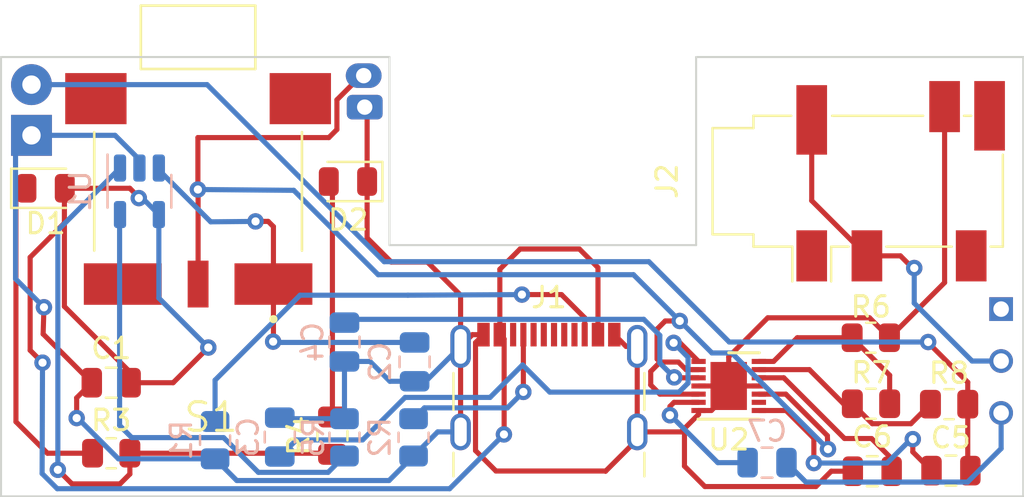
<source format=kicad_pcb>
(kicad_pcb (version 20221018) (generator pcbnew)
  (layers (0 "F.Cu" signal) (31 "B.Cu" signal) (34 "B.Paste" user) (35 "F.Paste" user) (36 "B.SilkS" user "B.Silkscreen") (37 "F.SilkS" user "F.Silkscreen") (38 "B.Mask" user) (39 "F.Mask" user) (44 "Edge.Cuts" user))
  (net 0 "")
  (net 9 "Net-(U2-TH)")
  (net 10 "Net-(U2-MICIN)")
  (net 11 "Net-(U2-MICBIAS)")
  (net 12 "Net-(U2-CT)")
  (net 13 "Net-(U2-CG)")
  (net 14 "Net-(U2-BIAS)")
  (net 15 "Net-(U1-V_{BAT})")
  (net 16 "Net-(U1-STAT)")
  (net 17 "Net-(U1-PROG)")
  (net 18 "Net-(MK1-+)")
  (net 19 "Net-(J2-PadR1)")
  (net 20 "Net-(J1-CC2)")
  (net 21 "Net-(J1-CC1)")
  (net 22 "Net-(D2-A)")
  (net 23 "Net-(D1-K)")
  (net 24 "GND")
  (net 25 "/OUTPUT")
  (net 26 "/GAIN")
  (net 27 "/A{slash}R")
  (net 28 "/5V")
  (net 32 "Net-(U2-MICOUT)")
  (footprint "Capacitor_SMD:C_0805_2012Metric" (layer "F.Cu") (at 135.39 120.07)
    (fp_text reference "C1" (at 0 -1.68) (layer "F.SilkS"))
    (fp_text value "10uF")
    (fp_line (start -0.261252 -0.735) (end 0.261252 -0.735) (stroke (width 0.12)) (layer "F.SilkS"))
    (fp_line (start -0.261252 0.735) (end 0.261252 0.735) (stroke (width 0.12)) (layer "F.SilkS"))
    (pad "1" smd roundrect (at -0.95 0) (size 1 1.45) (layers "F.Cu" "F.Paste" "F.Mask") (net 24 "GND"))
    (pad "2" smd roundrect (at 0.95 0) (size 1 1.45) (layers "F.Cu" "F.Paste" "F.Mask") (net 28 "/5V"))
  )
  (footprint "Resistor_SMD:R_0805_2012Metric" (layer "F.Cu") (at 146.21 122.66 90)
    (fp_text reference "R4" (at 0 -1.65 90) (layer "F.SilkS"))
    (fp_text value "470")
    (fp_line (start -0.227064 -0.735) (end 0.227064 -0.735) (stroke (width 0.12)) (layer "F.SilkS"))
    (fp_line (start -0.227064 0.735) (end 0.227064 0.735) (stroke (width 0.12)) (layer "F.SilkS"))
    (pad "1" smd roundrect (at -0.9125 0 90) (size 1.025 1.4) (layers "F.Cu" "F.Paste" "F.Mask") (roundrect_rratio 0.243902) (net 16 "Net-(U1-STAT)"))
    (pad "2" smd roundrect (at 0.9125 0 90) (size 1.025 1.4) (layers "F.Cu" "F.Paste" "F.Mask") (roundrect_rratio 0.243902) (net 22 "Net-(D2-A)"))
  )
  (footprint "Connector_Audio:Jack_3.5mm_PJ31060-I_Horizontal" (layer "F.Cu") (at 174.005 110.215 90)
    (fp_text reference "J2" (at 0 -11.43 90) (layer "F.SilkS"))
    (fp_text value "AudioJack4_SwitchTR1")
    (fp_line (start -4.9 -3.4) (end -3.2 -3.4) (stroke (width 0.12)) (layer "F.SilkS"))
    (fp_line (start -3.2 -7.2) (end -2.6 -7.2) (stroke (width 0.12)) (layer "F.SilkS"))
    (fp_line (start -3.2 -5.3) (end -4.9 -5.3) (stroke (width 0.12)) (layer "F.SilkS"))
    (fp_line (start -3.2 -5.3) (end -3.2 -7.2) (stroke (width 0.12)) (layer "F.SilkS"))
    (fp_line (start -3.2 -2.55) (end -3.2 -3.4) (stroke (width 0.12)) (layer "F.SilkS"))
    (fp_line (start -3.2 2.5) (end -3.2 -0.7) (stroke (width 0.12)) (layer "F.SilkS"))
    (fp_line (start -3.2 5) (end -3.2 4.4) (stroke (width 0.12)) (layer "F.SilkS"))
    (fp_line (start -2.6 -9.2) (end 2.6 -9.2) (stroke (width 0.12)) (layer "F.SilkS"))
    (fp_line (start -2.6 -7.2) (end -2.6 -9.2) (stroke (width 0.12)) (layer "F.SilkS"))
    (fp_line (start 1.3 5) (end -3.2 5) (stroke (width 0.12)) (layer "F.SilkS"))
    (fp_line (start 2.6 -9.2) (end 2.6 -7.2) (stroke (width 0.12)) (layer "F.SilkS"))
    (fp_line (start 2.6 -7.2) (end 3.2 -7.2) (stroke (width 0.12)) (layer "F.SilkS"))
    (fp_line (start 3.2 -7.2) (end 3.2 -5.35) (stroke (width 0.12)) (layer "F.SilkS"))
    (fp_line (start 3.2 -3.35) (end 3.2 1.1) (stroke (width 0.12)) (layer "F.SilkS"))
    (fp_line (start 3.2 3.1) (end 3.2 3.45) (stroke (width 0.12)) (layer "F.SilkS"))
    (pad "" np_thru_hole circle (at 0 3.35 90) (size 1.5 1.5) (drill 1.5) (layers "*.Cu" "*.Mask"))
    (pad "R1" smd rect (at -3.65 -1.65 90) (size 2.5 1.5) (layers "F.Cu" "F.Paste" "F.Mask") (net 19 "Net-(J2-PadR1)"))
    (pad "R1N" smd rect (at -3.65 3.45 90) (size 2.5 1.5) (layers "F.Cu" "F.Paste" "F.Mask"))
    (pad "R2" smd rect (at 3 -4.35 90) (size 3.4 1.5) (layers "F.Cu" "F.Paste" "F.Mask") (net 19 "Net-(J2-PadR1)"))
    (pad "S" smd rect (at -3.65 -4.35 90) (size 2.5 1.5) (layers "F.Cu" "F.Paste" "F.Mask"))
    (pad "T" smd rect (at 3.65 2.15 90) (size 2.5 1.5) (layers "F.Cu" "F.Paste" "F.Mask") (net 24 "GND"))
    (pad "TN" smd rect (at 3.2 4.35 90) (size 3.4 1.5) (layers "F.Cu" "F.Paste" "F.Mask"))
  )
  (footprint "LED_SMD:LED_0805_2012Metric" (layer "F.Cu") (at 146.97 110.23 180)
    (fp_text reference "D2" (at -0.01 -1.88) (layer "F.SilkS"))
    (fp_text value "LED")
    (fp_line (start -1.685 -0.96) (end -1.685 0.96) (stroke (width 0.12)) (layer "F.SilkS"))
    (fp_line (start -1.685 0.96) (end 1 0.96) (stroke (width 0.12)) (layer "F.SilkS"))
    (fp_line (start 1 -0.96) (end -1.685 -0.96) (stroke (width 0.12)) (layer "F.SilkS"))
    (pad "1" smd roundrect (at -0.9375 0 180) (size 0.975 1.4) (layers "F.Cu" "F.Paste" "F.Mask") (net 24 "GND"))
    (pad "2" smd roundrect (at 0.9375 0 180) (size 0.975 1.4) (layers "F.Cu" "F.Paste" "F.Mask") (net 22 "Net-(D2-A)"))
  )
  (footprint "Resistor_SMD:R_0805_2012Metric" (layer "F.Cu") (at 135.39 123.52 180)
    (fp_text reference "R3" (at 0 1.61) (layer "F.SilkS"))
    (fp_text value "470")
    (fp_line (start -0.227064 -0.735) (end 0.227064 -0.735) (stroke (width 0.12)) (layer "F.SilkS"))
    (fp_line (start -0.227064 0.735) (end 0.227064 0.735) (stroke (width 0.12)) (layer "F.SilkS"))
    (pad "1" smd roundrect (at -0.9125 0 180) (size 1.025 1.4) (layers "F.Cu" "F.Paste" "F.Mask") (roundrect_rratio 0.243902) (net 16 "Net-(U1-STAT)"))
    (pad "2" smd roundrect (at 0.9125 0 180) (size 1.025 1.4) (layers "F.Cu" "F.Paste" "F.Mask") (roundrect_rratio 0.243902) (net 23 "Net-(D1-K)"))
  )
  (footprint "Capacitor_SMD:C_0805_2012Metric" (layer "F.Cu") (at 176.465 124.37 180)
    (fp_text reference "C5" (at 0.01 1.61) (layer "F.SilkS"))
    (fp_text value "0.1uF")
    (fp_line (start -0.261252 -0.735) (end 0.261252 -0.735) (stroke (width 0.12)) (layer "F.SilkS"))
    (fp_line (start -0.261252 0.735) (end 0.261252 0.735) (stroke (width 0.12)) (layer "F.SilkS"))
    (pad "1" smd roundrect (at -0.95 0 180) (size 1 1.45) (layers "F.Cu" "F.Paste" "F.Mask") (net 18 "Net-(MK1-+)"))
    (pad "2" smd roundrect (at 0.95 0 180) (size 1 1.45) (layers "F.Cu" "F.Paste" "F.Mask") (net 10 "Net-(U2-MICIN)"))
  )
  (footprint "Resistor_SMD:R_0805_2012Metric" (layer "F.Cu") (at 176.375 121.12 180)
    (fp_text reference "R8" (at 0.005 1.52) (layer "F.SilkS"))
    (fp_text value "2.2K")
    (fp_line (start -0.227064 -0.735) (end 0.227064 -0.735) (stroke (width 0.12)) (layer "F.SilkS"))
    (fp_line (start -0.227064 0.735) (end 0.227064 0.735) (stroke (width 0.12)) (layer "F.SilkS"))
    (pad "1" smd roundrect (at -0.9125 0 180) (size 1.025 1.4) (layers "F.Cu" "F.Paste" "F.Mask") (roundrect_rratio 0.243902) (net 18 "Net-(MK1-+)"))
    (pad "2" smd roundrect (at 0.9125 0 180) (size 1.025 1.4) (layers "F.Cu" "F.Paste" "F.Mask") (roundrect_rratio 0.243902) (net 11 "Net-(U2-MICBIAS)"))
  )
  (footprint "Package_DFN_QFN:DFN-14-1EP_3x3mm_P0.4mm_EP1.78x2.35mm" (layer "F.Cu") (at 165.595 120.23)
    (fp_text reference "U2" (at 0 2.63) (layer "F.SilkS"))
    (fp_text value "MAX9814")
    (fp_line (start -1.5 1.625) (end 1.5 1.625) (stroke (width 0.15)) (layer "F.SilkS"))
    (fp_line (start 0 -1.625) (end 1.5 -1.625) (stroke (width 0.15)) (layer "F.SilkS"))
    (pad "1" smd rect (at -1.475 -1.2) (size 0.7 0.25) (layers "F.Cu" "F.Paste" "F.Mask") (net 12 "Net-(U2-CT)"))
    (pad "2" smd rect (at -1.475 -0.8) (size 0.7 0.25) (layers "F.Cu" "F.Paste" "F.Mask") (net 26 "/GAIN"))
    (pad "3" smd rect (at -1.475 -0.4) (size 0.7 0.25) (layers "F.Cu" "F.Paste" "F.Mask") (net 13 "Net-(U2-CG)"))
    (pad "4" smd rect (at -1.475 0) (size 0.7 0.25) (layers "F.Cu" "F.Paste" "F.Mask") (net 24 "GND"))
    (pad "5" smd rect (at -1.475 0.4) (size 0.7 0.25) (layers "F.Cu" "F.Paste" "F.Mask") (net 26 "/GAIN"))
    (pad "6" smd rect (at -1.475 0.8) (size 0.7 0.25) (layers "F.Cu" "F.Paste" "F.Mask") (net 32 "Net-(U2-MICOUT)"))
    (pad "7" smd rect (at -1.475 1.2) (size 0.7 0.25) (layers "F.Cu" "F.Paste" "F.Mask") (net 24 "GND"))
    (pad "8" smd rect (at 1.475 1.2) (size 0.7 0.25) (layers "F.Cu" "F.Paste" "F.Mask") (net 10 "Net-(U2-MICIN)"))
    (pad "9" smd rect (at 1.475 0.8) (size 0.7 0.25) (layers "F.Cu" "F.Paste" "F.Mask") (net 27 "/A{slash}R"))
    (pad "10" smd rect (at 1.475 0.4) (size 0.7 0.25) (layers "F.Cu" "F.Paste" "F.Mask") (net 26 "/GAIN"))
    (pad "11" smd rect (at 1.475 0) (size 0.7 0.25) (layers "F.Cu" "F.Paste" "F.Mask") (net 24 "GND"))
    (pad "12" smd rect (at 1.475 -0.4) (size 0.7 0.25) (layers "F.Cu" "F.Paste" "F.Mask") (net 14 "Net-(U2-BIAS)"))
    (pad "13" smd rect (at 1.475 -0.8) (size 0.7 0.25) (layers "F.Cu" "F.Paste" "F.Mask") (net 11 "Net-(U2-MICBIAS)"))
    (pad "14" smd rect (at 1.475 -1.2) (size 0.7 0.25) (layers "F.Cu" "F.Paste" "F.Mask") (net 9 "Net-(U2-TH)"))
    (pad "15" smd rect (at 0 0) (size 1.78 2.35) (layers "F.Cu" "F.Mask") (net 24 "GND"))
  )
  (footprint "" (layer "F.Cu") (at 131.49 105.49)
    (fp_text reference "" (at 0 0) (layer "F.SilkS") (effects (font (size 1.27 1.27))))
    (fp_text value "" (at 0 0) (layer "F.SilkS") (effects (font (size 1.27 1.27))))
    (pad "2" thru_hole circle (at 0 0) (size 2 2) (drill 0.9) (layers "*.Cu" "*.Mask") (net 18 "Net-(MK1-+)"))
  )
  (footprint "" (layer "F.Cu") (at 178.92 121.55)
    (fp_text reference "" (at 0 0) (layer "F.SilkS") (effects (font (size 1.27 1.27))))
    (fp_text value "" (at 0 0) (layer "F.SilkS") (effects (font (size 1.27 1.27))))
    (pad "3" thru_hole circle (at 0 0 180) (size 1.16 1.16) (drill 0.76) (layers "*.Cu" "*.Mask") (net 25 "/OUTPUT"))
  )
  (footprint "" (layer "F.Cu") (at 178.92 119.01)
    (fp_text reference "" (at 0 0) (layer "F.SilkS") (effects (font (size 1.27 1.27))))
    (fp_text value "" (at 0 0) (layer "F.SilkS") (effects (font (size 1.27 1.27))))
    (pad "2" thru_hole circle (at 0 0 180) (size 1.16 1.16) (drill 0.76) (layers "*.Cu" "*.Mask") (net 19 "Net-(J2-PadR1)"))
  )
  (footprint "" (layer "F.Cu") (at 147.74 105.05)
    (fp_text reference "" (at 0 0) (layer "F.SilkS") (effects (font (size 1.27 1.27))))
    (fp_text value "" (at 0 0) (layer "F.SilkS") (effects (font (size 1.27 1.27))))
    (pad "2" thru_hole oval (at 0 0 90) (size 1.2 1.75) (drill 0.75) (layers "*.Cu" "*.Mask") (net 26 "/GAIN"))
  )
  (footprint "500ASSP1SM6QE:SW_500ASSP1SM6QE" (layer "F.Cu") (at 139.64 110.71 180)
    (fp_text reference "S1" (at -0.635 -11.049) (layer "F.SilkS") (effects (font (size 1.4 1.4))))
    (fp_text value "500ASSP1SM6QE")
    (fp_line (start -5.08 -2.899) (end -5.08 2.899) (stroke (width 0.127)) (layer "F.SilkS"))
    (fp_line (start -2.8 5.985) (end -2.8 9.085) (stroke (width 0.127)) (layer "F.SilkS"))
    (fp_line (start -2.8 5.985) (end 2.8 5.985) (stroke (width 0.127)) (layer "F.SilkS"))
    (fp_line (start -2.8 9.085) (end 2.8 9.085) (stroke (width 0.127)) (layer "F.SilkS"))
    (fp_line (start 2.8 9.085) (end 2.8 5.985) (stroke (width 0.127)) (layer "F.SilkS"))
    (fp_line (start 5.08 -2.899) (end 5.08 2.899) (stroke (width 0.127)) (layer "F.SilkS"))
    (fp_circle (center -3.685 -6.25) (end -3.585 -6.25) (stroke (width 0.2)) (fill none) (layer "F.SilkS"))
    (pad "1" smd rect (at -3.685 -4.535 180) (size 3.81 2.03) (layers "F.Cu" "F.Paste" "F.Mask") (net 15 "Net-(U1-V_{BAT})"))
    (pad "2" smd rect (at 0 -4.535 180) (size 1.02 2.29) (layers "F.Cu" "F.Paste" "F.Mask") (net 26 "/GAIN"))
    (pad "3" smd rect (at 3.685 -4.535 180) (size 3.81 2.03) (layers "F.Cu" "F.Paste" "F.Mask"))
    (pad "S1" smd rect (at -5 4.535 180) (size 3 2.5) (layers "F.Cu" "F.Paste" "F.Mask"))
    (pad "S2" smd rect (at 5 4.535 180) (size 3 2.5) (layers "F.Cu" "F.Paste" "F.Mask"))
  )
  (footprint "" (layer "F.Cu") (at 147.79 106.59)
    (fp_text reference "" (at 0 0) (layer "F.SilkS") (effects (font (size 1.27 1.27))))
    (fp_text value "" (at 0 0) (layer "F.SilkS") (effects (font (size 1.27 1.27))))
    (pad "1" thru_hole roundrect (at 0 0 90) (size 1.2 1.75) (drill 0.75) (layers "*.Cu" "*.Mask") (roundrect_rratio 0.208333) (net 24 "GND"))
  )
  (footprint "LED_SMD:LED_0805_2012Metric" (layer "F.Cu") (at 132.18 110.56)
    (fp_text reference "D1" (at 0 1.72) (layer "F.SilkS"))
    (fp_text value "LED")
    (fp_line (start -1.685 -0.96) (end -1.685 0.96) (stroke (width 0.12)) (layer "F.SilkS"))
    (fp_line (start -1.685 0.96) (end 1 0.96) (stroke (width 0.12)) (layer "F.SilkS"))
    (fp_line (start 1 -0.96) (end -1.685 -0.96) (stroke (width 0.12)) (layer "F.SilkS"))
    (pad "1" smd roundrect (at -0.9375 0) (size 0.975 1.4) (layers "F.Cu" "F.Paste" "F.Mask") (net 23 "Net-(D1-K)"))
    (pad "2" smd roundrect (at 0.9375 0) (size 0.975 1.4) (layers "F.Cu" "F.Paste" "F.Mask") (net 28 "/5V"))
  )
  (footprint "Capacitor_SMD:C_0805_2012Metric" (layer "F.Cu") (at 172.615 124.4)
    (fp_text reference "C6" (at 0 -1.68) (layer "F.SilkS"))
    (fp_text value "0.47uF")
    (fp_line (start -0.261252 -0.735) (end 0.261252 -0.735) (stroke (width 0.12)) (layer "F.SilkS"))
    (fp_line (start -0.261252 0.735) (end 0.261252 0.735) (stroke (width 0.12)) (layer "F.SilkS"))
    (pad "1" smd roundrect (at -0.95 0) (size 1 1.45) (layers "F.Cu" "F.Paste" "F.Mask") (net 24 "GND"))
    (pad "2" smd roundrect (at 0.95 0) (size 1 1.45) (layers "F.Cu" "F.Paste" "F.Mask") (net 14 "Net-(U2-BIAS)"))
  )
  (footprint "" (layer "F.Cu") (at 178.92 116.47)
    (fp_text reference "" (at 0 0) (layer "F.SilkS") (effects (font (size 1.27 1.27))))
    (fp_text value "" (at 0 0) (layer "F.SilkS") (effects (font (size 1.27 1.27))))
    (pad "1" thru_hole rect (at 0 0 270) (size 1.16 1.16) (drill 0.76) (layers "*.Cu" "*.Mask"))
  )
  (footprint "Connector_USB:USB_C_Receptacle_GCT_USB4105-xx-A_16P_TopMnt_Horizontal" (layer "F.Cu") (at 156.8 121.4)
    (fp_text reference "J1" (at 0 -5.5 unlocked) (layer "F.SilkS"))
    (fp_text value "USB_C_Receptacle_USB2.0")
    (fp_line (start -4.67 0) (end -4.67 -1.8) (stroke (width 0.12)) (layer "F.SilkS"))
    (fp_line (start -4.67 2.1) (end -4.67 3.25) (stroke (width 0.12)) (layer "F.SilkS"))
    (fp_line (start 4.67 0) (end 4.67 -1.8) (stroke (width 0.12)) (layer "F.SilkS"))
    (fp_line (start 4.67 2.1) (end 4.67 3.25) (stroke (width 0.12)) (layer "F.SilkS"))
    (pad "" np_thru_hole circle (at -2.89 -2.605) (size 0.65 0.65) (drill 0.65) (layers "F&B.Cu" "*.Mask"))
    (pad "" np_thru_hole circle (at 2.89 -2.605) (size 0.65 0.65) (drill 0.65) (layers "F&B.Cu" "*.Mask"))
    (pad "A1" smd rect (at -3.2 -3.68) (size 0.6 1.15) (layers "F.Cu" "F.Paste" "F.Mask") (net 24 "GND"))
    (pad "A4" smd rect (at -2.4 -3.68) (size 0.6 1.15) (layers "F.Cu" "F.Paste" "F.Mask") (net 28 "/5V"))
    (pad "A5" smd rect (at -1.25 -3.68) (size 0.3 1.15) (layers "F.Cu" "F.Paste" "F.Mask") (net 21 "Net-(J1-CC1)"))
    (pad "A6" smd rect (at -0.25 -3.68) (size 0.3 1.15) (layers "F.Cu" "F.Paste" "F.Mask"))
    (pad "A7" smd rect (at 0.25 -3.68) (size 0.3 1.15) (layers "F.Cu" "F.Paste" "F.Mask"))
    (pad "A8" smd rect (at 1.25 -3.68) (size 0.3 1.15) (layers "F.Cu" "F.Paste" "F.Mask"))
    (pad "A9" smd rect (at 2.4 -3.68) (size 0.6 1.15) (layers "F.Cu" "F.Paste" "F.Mask") (net 28 "/5V"))
    (pad "A12" smd rect (at 3.2 -3.68) (size 0.6 1.15) (layers "F.Cu" "F.Paste" "F.Mask") (net 24 "GND"))
    (pad "B1" smd rect (at 3.2 -3.68) (size 0.6 1.15) (layers "F.Cu" "F.Paste" "F.Mask") (net 24 "GND"))
    (pad "B4" smd rect (at 2.4 -3.68) (size 0.6 1.15) (layers "F.Cu" "F.Paste" "F.Mask") (net 28 "/5V"))
    (pad "B5" smd rect (at 1.75 -3.68) (size 0.3 1.15) (layers "F.Cu" "F.Paste" "F.Mask") (net 20 "Net-(J1-CC2)"))
    (pad "B6" smd rect (at 0.75 -3.68) (size 0.3 1.15) (layers "F.Cu" "F.Paste" "F.Mask"))
    (pad "B7" smd rect (at -0.75 -3.68) (size 0.3 1.15) (layers "F.Cu" "F.Paste" "F.Mask"))
    (pad "B8" smd rect (at -1.75 -3.68) (size 0.3 1.15) (layers "F.Cu" "F.Paste" "F.Mask"))
    (pad "B9" smd rect (at -2.4 -3.68) (size 0.6 1.15) (layers "F.Cu" "F.Paste" "F.Mask") (net 28 "/5V"))
    (pad "B12" smd rect (at -3.2 -3.68) (size 0.6 1.15) (layers "F.Cu" "F.Paste" "F.Mask") (net 24 "GND"))
    (pad "S1" thru_hole oval (at -4.32 -3.105) (size 1 2.1) (drill oval 0.6 1.7) (layers "*.Cu" "*.Mask" "F.Paste") (net 24 "GND"))
    (pad "S1" thru_hole oval (at -4.32 1.075) (size 1 1.8) (drill oval 0.6 1.4) (layers "*.Cu" "*.Mask" "F.Paste") (net 24 "GND"))
    (pad "S1" thru_hole oval (at 4.32 -3.105) (size 1 2.1) (drill oval 0.6 1.7) (layers "*.Cu" "*.Mask" "F.Paste") (net 24 "GND"))
    (pad "S1" thru_hole oval (at 4.32 1.075) (size 1 1.8) (drill oval 0.6 1.4) (layers "*.Cu" "*.Mask" "F.Paste") (net 24 "GND"))
  )
  (footprint "Resistor_SMD:R_0805_2012Metric" (layer "F.Cu") (at 172.545 117.87 180)
    (fp_text reference "R6" (at 0 1.51) (layer "F.SilkS"))
    (fp_text value "100k")
    (fp_line (start -0.227064 -0.735) (end 0.227064 -0.735) (stroke (width 0.12)) (layer "F.SilkS"))
    (fp_line (start -0.227064 0.735) (end 0.227064 0.735) (stroke (width 0.12)) (layer "F.SilkS"))
    (pad "1" smd roundrect (at -0.9125 0 180) (size 1.025 1.4) (layers "F.Cu" "F.Paste" "F.Mask") (roundrect_rratio 0.243902) (net 24 "GND"))
    (pad "2" smd roundrect (at 0.9125 0 180) (size 1.025 1.4) (layers "F.Cu" "F.Paste" "F.Mask") (roundrect_rratio 0.243902) (net 9 "Net-(U2-TH)"))
  )
  (footprint "Resistor_SMD:R_0805_2012Metric" (layer "F.Cu") (at 172.555 121.1 180)
    (fp_text reference "R7" (at -0.015 1.52) (layer "F.SilkS"))
    (fp_text value "150k")
    (fp_line (start -0.227064 -0.735) (end 0.227064 -0.735) (stroke (width 0.12)) (layer "F.SilkS"))
    (fp_line (start -0.227064 0.735) (end 0.227064 0.735) (stroke (width 0.12)) (layer "F.SilkS"))
    (pad "1" smd roundrect (at -0.9125 0 180) (size 1.025 1.4) (layers "F.Cu" "F.Paste" "F.Mask") (roundrect_rratio 0.243902) (net 9 "Net-(U2-TH)"))
    (pad "2" smd roundrect (at 0.9125 0 180) (size 1.025 1.4) (layers "F.Cu" "F.Paste" "F.Mask") (roundrect_rratio 0.243902) (net 11 "Net-(U2-MICBIAS)"))
  )
  (footprint "Capacitor_SMD:C_0805_2012Metric" (layer "B.Cu") (at 143.635 122.73 -90)
    (fp_text reference "C3" (at 0 1.545 90) (layer "B.SilkS") (effects (justify mirror)))
    (fp_text value "0.1uF")
    (fp_line (start -0.261252 -0.735) (end 0.261252 -0.735) (stroke (width 0.12)) (layer "B.SilkS"))
    (fp_line (start -0.261252 0.735) (end 0.261252 0.735) (stroke (width 0.12)) (layer "B.SilkS"))
    (pad "1" smd roundrect (at -0.95 0 270) (size 1 1.45) (layers "B.Cu" "B.Paste" "B.Mask") (net 24 "GND"))
    (pad "2" smd roundrect (at 0.95 0 270) (size 1 1.45) (layers "B.Cu" "B.Paste" "B.Mask") (net 12 "Net-(U2-CT)"))
  )
  (footprint "Resistor_SMD:R_0805_2012Metric" (layer "B.Cu") (at 146.8 122.7425 90)
    (fp_text reference "R5" (at 0.0025 -1.52 90) (layer "B.SilkS") (effects (justify mirror)))
    (fp_text value "2.2k")
    (fp_line (start -0.227064 -0.735) (end 0.227064 -0.735) (stroke (width 0.12)) (layer "B.SilkS"))
    (fp_line (start -0.227064 0.735) (end 0.227064 0.735) (stroke (width 0.12)) (layer "B.SilkS"))
    (pad "1" smd roundrect (at -0.9125 0 90) (size 1.025 1.4) (layers "B.Cu" "B.Paste" "B.Mask") (roundrect_rratio 0.243902) (net 17 "Net-(U1-PROG)"))
    (pad "2" smd roundrect (at 0.9125 0 90) (size 1.025 1.4) (layers "B.Cu" "B.Paste" "B.Mask") (roundrect_rratio 0.243902) (net 24 "GND"))
  )
  (footprint "Resistor_SMD:R_0805_2012Metric" (layer "B.Cu") (at 150.18 122.7425 -90)
    (fp_text reference "R2" (at 0 1.65 90) (layer "B.SilkS") (effects (justify mirror)))
    (fp_text value "5.1K")
    (fp_line (start -0.227064 -0.735) (end 0.227064 -0.735) (stroke (width 0.12)) (layer "B.SilkS"))
    (fp_line (start -0.227064 0.735) (end 0.227064 0.735) (stroke (width 0.12)) (layer "B.SilkS"))
    (pad "1" smd roundrect (at -0.9125 0 270) (size 1.025 1.4) (layers "B.Cu" "B.Paste" "B.Mask") (roundrect_rratio 0.243902) (net 21 "Net-(J1-CC1)"))
    (pad "2" smd roundrect (at 0.9125 0 270) (size 1.025 1.4) (layers "B.Cu" "B.Paste" "B.Mask") (roundrect_rratio 0.243902) (net 24 "GND"))
  )
  (footprint "Package_TO_SOT_SMD:SOT-23-5" (layer "B.Cu") (at 136.77 110.7075 -90)
    (fp_text reference "U1" (at -0.0075 2.89 90) (layer "B.SilkS") (effects (justify mirror)))
    (fp_text value "MCP73831-2-OT")
    (fp_line (start 0 -1.56) (end -0.8 -1.56) (stroke (width 0.12)) (layer "B.SilkS"))
    (fp_line (start 0 -1.56) (end 0.8 -1.56) (stroke (width 0.12)) (layer "B.SilkS"))
    (fp_line (start 0 1.56) (end -1.8 1.56) (stroke (width 0.12)) (layer "B.SilkS"))
    (fp_line (start 0 1.56) (end 0.8 1.56) (stroke (width 0.12)) (layer "B.SilkS"))
    (pad "1" smd roundrect (at -1.1375 0.95 270) (size 1.325 0.6) (layers "B.Cu" "B.Paste" "B.Mask") (net 16 "Net-(U1-STAT)"))
    (pad "2" smd roundrect (at -1.1375 0 270) (size 1.325 0.6) (layers "B.Cu" "B.Paste" "B.Mask") (net 24 "GND"))
    (pad "3" smd roundrect (at -1.1375 -0.95 270) (size 1.325 0.6) (layers "B.Cu" "B.Paste" "B.Mask") (net 15 "Net-(U1-V_{BAT})"))
    (pad "4" smd roundrect (at 1.1375 -0.95 270) (size 1.325 0.6) (layers "B.Cu" "B.Paste" "B.Mask") (net 28 "/5V"))
    (pad "5" smd roundrect (at 1.1375 0.95 270) (size 1.325 0.6) (layers "B.Cu" "B.Paste" "B.Mask") (net 17 "Net-(U1-PROG)"))
  )
  (footprint "Capacitor_SMD:C_0805_2012Metric" (layer "B.Cu") (at 150.23 119.05 -90)
    (fp_text reference "C2" (at 0 1.68 -270) (layer "B.SilkS") (effects (justify mirror)))
    (fp_text value "10uF")
    (fp_line (start -0.261252 -0.735) (end 0.261252 -0.735) (stroke (width 0.12)) (layer "B.SilkS"))
    (fp_line (start -0.261252 0.735) (end 0.261252 0.735) (stroke (width 0.12)) (layer "B.SilkS"))
    (pad "1" smd roundrect (at -0.95 0 270) (size 1 1.45) (layers "B.Cu" "B.Paste" "B.Mask") (net 15 "Net-(U1-V_{BAT})"))
    (pad "2" smd roundrect (at 0.95 0 270) (size 1 1.45) (layers "B.Cu" "B.Paste" "B.Mask") (net 24 "GND"))
  )
  (footprint "Capacitor_SMD:C_0805_2012Metric" (layer "B.Cu") (at 146.8 118.08 90)
    (fp_text reference "C4" (at 0 -1.55 90) (layer "B.SilkS") (effects (justify mirror)))
    (fp_text value "2.2uF")
    (fp_line (start -0.261252 -0.735) (end 0.261252 -0.735) (stroke (width 0.12)) (layer "B.SilkS"))
    (fp_line (start -0.261252 0.735) (end 0.261252 0.735) (stroke (width 0.12)) (layer "B.SilkS"))
    (pad "1" smd roundrect (at -0.95 0 90) (size 1 1.45) (layers "B.Cu" "B.Paste" "B.Mask") (net 24 "GND"))
    (pad "2" smd roundrect (at 0.95 0 90) (size 1 1.45) (layers "B.Cu" "B.Paste" "B.Mask") (net 13 "Net-(U2-CG)"))
  )
  (footprint "Capacitor_SMD:C_0805_2012Metric" (layer "B.Cu") (at 167.47 123.98)
    (fp_text reference "C7" (at 0 -1.54) (layer "B.SilkS") (effects (justify mirror)))
    (fp_text value "10uF")
    (fp_line (start -0.261252 -0.735) (end 0.261252 -0.735) (stroke (width 0.12)) (layer "B.SilkS"))
    (fp_line (start -0.261252 0.735) (end 0.261252 0.735) (stroke (width 0.12)) (layer "B.SilkS"))
    (pad "1" smd roundrect (at -0.95 0) (size 1 1.45) (layers "B.Cu" "B.Paste" "B.Mask") (net 32 "Net-(U2-MICOUT)"))
    (pad "2" smd roundrect (at 0.95 0) (size 1 1.45) (layers "B.Cu" "B.Paste" "B.Mask") (net 25 "/OUTPUT"))
  )
  (footprint "" (layer "B.Cu") (at 131.49 107.97 180)
    (fp_text reference "" (at 0 0) (layer "B.SilkS") (effects (font (size 1.27 1.27)) (justify mirror)))
    (fp_text value "" (at 0 0) (layer "B.SilkS") (effects (font (size 1.27 1.27)) (justify mirror)))
    (pad "1" thru_hole rect (at 0 0 180) (size 2 2) (drill 0.9) (layers "*.Cu" "*.Mask") (net 24 "GND"))
  )
  (footprint "Resistor_SMD:R_0805_2012Metric" (layer "B.Cu") (at 140.47 122.88 -90)
    (fp_text reference "R1" (at 0 1.65 -270) (layer "B.SilkS") (effects (justify mirror)))
    (fp_text value "5.1K")
    (fp_line (start -0.227064 -0.735) (end 0.227064 -0.735) (stroke (width 0.12)) (layer "B.SilkS"))
    (fp_line (start -0.227064 0.735) (end 0.227064 0.735) (stroke (width 0.12)) (layer "B.SilkS"))
    (pad "1" smd roundrect (at -0.9125 0 270) (size 1.025 1.4) (layers "B.Cu" "B.Paste" "B.Mask") (roundrect_rratio 0.243902) (net 20 "Net-(J1-CC2)"))
    (pad "2" smd roundrect (at 0.9125 0 270) (size 1.025 1.4) (layers "B.Cu" "B.Paste" "B.Mask") (roundrect_rratio 0.243902) (net 24 "GND"))
  )
  (gr_line (start 164 104.14) (end 180 104.14) (stroke (width 0.1)) (layer "Edge.Cuts"))
  (gr_line (start 180 125.63) (end 130 125.63) (stroke (width 0.1)) (layer "Edge.Cuts"))
  (gr_line (start 130 104.14) (end 130 125.63) (stroke (width 0.1)) (layer "Edge.Cuts"))
  (gr_line (start 130 104.14) (end 149 104.14) (stroke (width 0.1)) (layer "Edge.Cuts"))
  (gr_line (start 149 113.34) (end 164 113.34) (stroke (width 0.1)) (layer "Edge.Cuts"))
  (gr_line (start 149 104.14) (end 149 113.34) (stroke (width 0.1)) (layer "Edge.Cuts"))
  (gr_line (start 164 113.34) (end 164 104.14) (stroke (width 0.1)) (layer "Edge.Cuts"))
  (gr_line (start 180 104.14) (end 180 125.63) (stroke (width 0.1)) (layer "Edge.Cuts"))
  (segment (start 173.4675 119.705) (end 171.6325 117.87) (width 0.25) (layer "F.Cu") (net 9))
  (segment (start 167.79 119.03) (end 168.95 117.87) (width 0.25) (layer "F.Cu") (net 9))
  (segment (start 173.4675 121.1) (end 173.4675 119.705) (width 0.25) (layer "F.Cu") (net 9))
  (segment (start 168.95 117.87) (end 171.6325 117.87) (width 0.25) (layer "F.Cu") (net 9))
  (segment (start 167.07 119.03) (end 167.79 119.03) (width 0.25) (layer "F.Cu") (net 9))
  (segment (start 168.38 121.43) (end 168.39 121.42) (width 0.25) (layer "F.Cu") (net 10))
  (segment (start 174.6 123.455) (end 175.515 124.37) (width 0.25) (layer "F.Cu") (net 10))
  (segment (start 169.76 124) (end 169.76 123.98) (width 0.25) (layer "F.Cu") (net 10))
  (segment (start 167.07 121.43) (end 168.38 121.43) (width 0.25) (layer "F.Cu") (net 10))
  (segment (start 174.6 122.83) (end 174.6 123.455) (width 0.25) (layer "F.Cu") (net 10))
  (segment (start 168.39 121.42) (end 169.76 122.79) (width 0.25) (layer "F.Cu") (net 10))
  (segment (start 169.76 122.79) (end 169.76 124) (width 0.25) (layer "F.Cu") (net 10))
  (via (at 169.76 124) (size 0.8) (drill 0.4) (layers "F.Cu" "B.Cu") (net 10))
  (via (at 174.6 122.83) (size 0.8) (drill 0.4) (layers "F.Cu" "B.Cu") (net 10))
  (segment (start 173.34 124) (end 174.51 122.83) (width 0.25) (layer "B.Cu") (net 10))
  (segment (start 174.6 122.83) (end 174.6 122.74) (width 0.25) (layer "B.Cu") (net 10))
  (segment (start 174.51 122.83) (end 174.6 122.83) (width 0.25) (layer "B.Cu") (net 10))
  (segment (start 169.76 124) (end 173.34 124) (width 0.25) (layer "B.Cu") (net 10))
  (segment (start 174.6 122.74) (end 174.57 122.77) (width 0.25) (layer "B.Cu") (net 10))
  (segment (start 174.5075 122.075) (end 172.6175 122.075) (width 0.25) (layer "F.Cu") (net 11))
  (segment (start 167.07 119.43) (end 169.54 119.43) (width 0.25) (layer "F.Cu") (net 11))
  (segment (start 172.6175 122.075) (end 171.6425 121.1) (width 0.25) (layer "F.Cu") (net 11))
  (segment (start 171.21 121.1) (end 171.6425 121.1) (width 0.25) (layer "F.Cu") (net 11))
  (segment (start 175.4625 121.12) (end 174.5075 122.075) (width 0.25) (layer "F.Cu") (net 11))
  (segment (start 169.54 119.43) (end 171.21 121.1) (width 0.25) (layer "F.Cu") (net 11))
  (segment (start 164.12 119.03) (end 163.21 118.12) (width 0.25) (layer "F.Cu") (net 12))
  (segment (start 162.9 118.12) (end 162.96 118.12) (width 0.25) (layer "F.Cu") (net 12))
  (segment (start 163.21 118.12) (end 162.9 118.12) (width 0.25) (layer "F.Cu") (net 12))
  (via (at 162.9 118.12) (size 0.8) (drill 0.4) (layers "F.Cu" "B.Cu") (net 12))
  (segment (start 163.605 120.089595) (end 163.164595 120.53) (width 0.25) (layer "B.Cu") (net 12))
  (segment (start 163.164595 120.53) (end 156.84 120.53) (width 0.25) (layer "B.Cu") (net 12))
  (segment (start 144.4475 122.8675) (end 147.687538 122.8675) (width 0.25) (layer "B.Cu") (net 12))
  (segment (start 147.687538 122.8675) (end 149.765038 120.79) (width 0.25) (layer "B.Cu") (net 12))
  (segment (start 153.92 120.79) (end 155.51 119.2) (width 0.25) (layer "B.Cu") (net 12))
  (segment (start 163.605 118.825) (end 163.605 120.089595) (width 0.25) (layer "B.Cu") (net 12))
  (segment (start 156.84 120.53) (end 155.51 119.2) (width 0.25) (layer "B.Cu") (net 12))
  (segment (start 162.9 118.12) (end 163.605 118.825) (width 0.25) (layer "B.Cu") (net 12))
  (segment (start 143.635 123.68) (end 144.4475 122.8675) (width 0.25) (layer "B.Cu") (net 12))
  (segment (start 149.765038 120.79) (end 153.92 120.79) (width 0.25) (layer "B.Cu") (net 12))
  (segment (start 164.12 119.83) (end 162.98 119.83) (width 0.25) (layer "F.Cu") (net 13))
  (segment (start 162.98 119.83) (end 162.93 119.81) (width 0.25) (layer "F.Cu") (net 13))
  (segment (start 162.93 119.81) (end 162.94 119.83) (width 0.25) (layer "F.Cu") (net 13))
  (segment (start 162.94 119.83) (end 162.96 119.83) (width 0.25) (layer "F.Cu") (net 13))
  (via (at 162.93 119.81) (size 0.8) (drill 0.4) (layers "F.Cu" "B.Cu") (net 13))
  (segment (start 146.8 117.13) (end 146.96 116.97) (width 0.25) (layer "B.Cu") (net 13))
  (segment (start 146.96 116.97) (end 161.441016 116.97) (width 0.25) (layer "B.Cu") (net 13))
  (segment (start 162.225 119.105) (end 162.93 119.81) (width 0.25) (layer "B.Cu") (net 13))
  (segment (start 162.225 117.753984) (end 162.225 119.105) (width 0.25) (layer "B.Cu") (net 13))
  (segment (start 161.441016 116.97) (end 162.225 117.753984) (width 0.25) (layer "B.Cu") (net 13))
  (segment (start 168.29 119.83) (end 171.26 122.8) (width 0.25) (layer "F.Cu") (net 14))
  (segment (start 171.26 122.8) (end 172.58 122.8) (width 0.25) (layer "F.Cu") (net 14))
  (segment (start 167.07 119.83) (end 168.29 119.83) (width 0.25) (layer "F.Cu") (net 14))
  (segment (start 173.565 123.785) (end 173.565 124.4) (width 0.25) (layer "F.Cu") (net 14))
  (segment (start 172.58 122.8) (end 173.565 123.785) (width 0.25) (layer "F.Cu") (net 14))
  (segment (start 143.325 112.435) (end 143.325 115.245) (width 0.25) (layer "F.Cu") (net 15))
  (segment (start 142.45 112.18) (end 143.07 112.18) (width 0.25) (layer "F.Cu") (net 15))
  (segment (start 143.325 118.045) (end 143.325 115.245) (width 0.25) (layer "F.Cu") (net 15))
  (segment (start 143.31 118.06) (end 143.325 118.045) (width 0.25) (layer "F.Cu") (net 15))
  (segment (start 143.07 112.18) (end 143.325 112.435) (width 0.25) (layer "F.Cu") (net 15))
  (via (at 143.31 118.06) (size 0.8) (drill 0.4) (layers "F.Cu" "B.Cu") (net 15))
  (via (at 142.45 112.18) (size 0.8) (drill 0.4) (layers "F.Cu" "B.Cu") (net 15))
  (segment (start 142.45 112.18) (end 142.47 112.2) (width 0.25) (layer "B.Cu") (net 15))
  (segment (start 143.35 118.1) (end 143.31 118.06) (width 0.25) (layer "B.Cu") (net 15))
  (segment (start 150.23 118.1) (end 143.35 118.1) (width 0.25) (layer "B.Cu") (net 15))
  (segment (start 137.72 109.57) (end 137.72 109.664595) (width 0.25) (layer "B.Cu") (net 15))
  (segment (start 140.255405 112.2) (end 142.45 112.18) (width 0.25) (layer "B.Cu") (net 15))
  (segment (start 137.72 109.664595) (end 140.255405 112.2) (width 0.25) (layer "B.Cu") (net 15))
  (segment (start 133.47 125.02) (end 135.82 125.02) (width 0.25) (layer "F.Cu") (net 16))
  (segment (start 136.3025 124.5375) (end 136.3025 123.52) (width 0.25) (layer "F.Cu") (net 16))
  (segment (start 132.78 124.33) (end 133.47 125.02) (width 0.25) (layer "F.Cu") (net 16))
  (segment (start 136.3025 123.52) (end 146.1575 123.52) (width 0.25) (layer "F.Cu") (net 16))
  (segment (start 146.1575 123.52) (end 146.21 123.5725) (width 0.25) (layer "F.Cu") (net 16))
  (segment (start 135.82 125.02) (end 136.3025 124.5375) (width 0.25) (layer "F.Cu") (net 16))
  (via (at 132.78 124.33) (size 0.8) (drill 0.4) (layers "F.Cu" "B.Cu") (net 16))
  (segment (start 132.8 124.33) (end 132.82 124.35) (width 0.25) (layer "B.Cu") (net 16))
  (segment (start 132.78 112.61) (end 132.78 124.31) (width 0.25) (layer "B.Cu") (net 16))
  (segment (start 135.82 109.57) (end 132.78 112.61) (width 0.25) (layer "B.Cu") (net 16))
  (segment (start 132.78 124.31) (end 132.78 124.31) (width 0.25) (layer "B.Cu") (net 16))
  (segment (start 132.78 124.31) (end 132.78 124.33) (width 0.25) (layer "B.Cu") (net 16))
  (segment (start 132.78 124.33) (end 132.8 124.33) (width 0.25) (layer "B.Cu") (net 16))
  (segment (start 135.8 122.16) (end 135.8 111.865) (width 0.25) (layer "B.Cu") (net 17))
  (segment (start 140.887462 122.755) (end 136.395 122.755) (width 0.25) (layer "B.Cu") (net 17))
  (segment (start 142.587462 124.455) (end 140.887462 122.755) (width 0.25) (layer "B.Cu") (net 17))
  (segment (start 136.395 122.755) (end 135.8 122.16) (width 0.25) (layer "B.Cu") (net 17))
  (segment (start 146.8 123.655) (end 146 124.455) (width 0.25) (layer "B.Cu") (net 17))
  (segment (start 135.8 111.865) (end 135.82 111.845) (width 0.25) (layer "B.Cu") (net 17))
  (segment (start 146 124.455) (end 142.587462 124.455) (width 0.25) (layer "B.Cu") (net 17))
  (segment (start 177.2875 121.12) (end 177.2875 120.0475) (width 0.25) (layer "F.Cu") (net 18))
  (segment (start 175.35 118.08) (end 175.32 118.08) (width 0.25) (layer "F.Cu") (net 18))
  (segment (start 175.32 118.08) (end 175.36 118.12) (width 0.25) (layer "F.Cu") (net 18))
  (segment (start 177.2875 120.0475) (end 175.35 118.11) (width 0.25) (layer "F.Cu") (net 18))
  (segment (start 177.2875 124.2425) (end 177.415 124.37) (width 0.25) (layer "F.Cu") (net 18))
  (segment (start 175.35 118.11) (end 175.35 118.08) (width 0.25) (layer "F.Cu") (net 18))
  (segment (start 177.415 124.37) (end 177.415 123.935) (width 0.25) (layer "F.Cu") (net 18))
  (segment (start 177.2875 121.12) (end 177.2875 124.2425) (width 0.25) (layer "F.Cu") (net 18))
  (via (at 175.35 118.08) (size 0.8) (drill 0.4) (layers "F.Cu" "B.Cu") (net 18))
  (segment (start 175.35 118.08) (end 165.62 118.08) (width 0.25) (layer "B.Cu") (net 18))
  (segment (start 165.62 118.08) (end 161.69 114.15) (width 0.25) (layer "B.Cu") (net 18))
  (segment (start 161.69 114.15) (end 148.74 114.15) (width 0.25) (layer "B.Cu") (net 18))
  (segment (start 148.74 114.15) (end 140.08 105.49) (width 0.25) (layer "B.Cu") (net 18))
  (segment (start 140.08 105.49) (end 131.49 105.49) (width 0.25) (layer "B.Cu") (net 18))
  (segment (start 172.355 113.865) (end 173.995 113.865) (width 0.25) (layer "F.Cu") (net 19))
  (segment (start 169.655 107.215) (end 169.655 111.165) (width 0.25) (layer "F.Cu") (net 19))
  (segment (start 169.655 111.165) (end 172.355 113.865) (width 0.25) (layer "F.Cu") (net 19))
  (segment (start 174.67 114.46) (end 174.67 114.54) (width 0.25) (layer "F.Cu") (net 19))
  (segment (start 174.59 114.46) (end 174.67 114.46) (width 0.25) (layer "F.Cu") (net 19))
  (segment (start 174.67 114.54) (end 174.59 114.46) (width 0.25) (layer "F.Cu") (net 19))
  (segment (start 173.995 113.865) (end 174.59 114.46) (width 0.25) (layer "F.Cu") (net 19))
  (via (at 174.67 114.46) (size 0.8) (drill 0.4) (layers "F.Cu" "B.Cu") (net 19))
  (segment (start 174.67 114.46) (end 174.67 116.18) (width 0.25) (layer "B.Cu") (net 19))
  (segment (start 177.5 119.01) (end 178.92 119.01) (width 0.25) (layer "B.Cu") (net 19))
  (segment (start 174.67 116.18) (end 177.5 119.01) (width 0.25) (layer "B.Cu") (net 19))
  (segment (start 157.415 115.76) (end 158.55 116.895) (width 0.25) (layer "F.Cu") (net 20))
  (segment (start 155.48 115.76) (end 157.415 115.76) (width 0.25) (layer "F.Cu") (net 20))
  (segment (start 158.55 116.895) (end 158.55 117.72) (width 0.25) (layer "F.Cu") (net 20))
  (via (at 155.48 115.76) (size 0.8) (drill 0.4) (layers "F.Cu" "B.Cu") (net 20))
  (segment (start 144.625405 115.79) (end 149.9 115.79) (width 0.25) (layer "B.Cu") (net 20))
  (segment (start 140.47 119.945405) (end 144.625405 115.79) (width 0.25) (layer "B.Cu") (net 20))
  (segment (start 155.48 115.76) (end 155.47 115.79) (width 0.25) (layer "B.Cu") (net 20))
  (segment (start 149.9 115.79) (end 155.48 115.76) (width 0.25) (layer "B.Cu") (net 20))
  (segment (start 140.47 121.9675) (end 140.47 119.945405) (width 0.25) (layer "B.Cu") (net 20))
  (segment (start 155.55 120.52) (end 155.55 117.72) (width 0.25) (layer "F.Cu") (net 21))
  (via (at 155.55 120.52) (size 0.8) (drill 0.4) (layers "F.Cu" "B.Cu") (net 21))
  (segment (start 150.18 121.83) (end 150.71 121.3) (width 0.25) (layer "B.Cu") (net 21))
  (segment (start 150.71 121.3) (end 154.77 121.3) (width 0.25) (layer "B.Cu") (net 21))
  (segment (start 154.77 121.3) (end 155.55 120.52) (width 0.25) (layer "B.Cu") (net 21))
  (segment (start 146.21 110.4075) (end 146.21 121.7475) (width 0.25) (layer "F.Cu") (net 22))
  (segment (start 146.0325 110.23) (end 146.21 110.4075) (width 0.25) (layer "F.Cu") (net 22))
  (segment (start 130.73 111.0725) (end 131.2425 110.56) (width 0.25) (layer "F.Cu") (net 23))
  (segment (start 130.73 121.98) (end 130.73 111.0725) (width 0.25) (layer "F.Cu") (net 23))
  (segment (start 132.27 123.52) (end 130.73 121.98) (width 0.25) (layer "F.Cu") (net 23))
  (segment (start 134.4775 123.52) (end 132.27 123.52) (width 0.25) (layer "F.Cu") (net 23))
  (segment (start 132.06 117.69) (end 132.1 116.38) (width 0.25) (layer "F.Cu") (net 24))
  (segment (start 147.9075 110.23) (end 147.9075 112.9875) (width 0.25) (layer "F.Cu") (net 24))
  (segment (start 163.265 122.475) (end 161.12 122.475) (width 0.25) (layer "F.Cu") (net 24))
  (segment (start 173.4575 117.87) (end 172.4825 116.895) (width 0.25) (layer "F.Cu") (net 24))
  (segment (start 163.43 122.31) (end 163.265 122.475) (width 0.25) (layer "F.Cu") (net 24))
  (segment (start 147.9075 106.7075) (end 147.79 106.59) (width 0.25) (layer "F.Cu") (net 24))
  (segment (start 165.595 120.58) (end 165.595 120.23) (width 0.25) (layer "F.Cu") (net 24))
  (segment (start 176.155 115.1725) (end 173.4575 117.87) (width 0.25) (layer "F.Cu") (net 24))
  (segment (start 152.48 118.295) (end 152.48 122.475) (width 0.25) (layer "F.Cu") (net 24))
  (segment (start 164.43 125.15) (end 163.43 124.15) (width 0.25) (layer "F.Cu") (net 24))
  (segment (start 164.12 121.43) (end 164.12 121.62) (width 0.25) (layer "F.Cu") (net 24))
  (segment (start 153.055 117.72) (end 152.48 118.295) (width 0.25) (layer "F.Cu") (net 24))
  (segment (start 164.12 121.62) (end 163.43 122.31) (width 0.25) (layer "F.Cu") (net 24))
  (segment (start 153.6 117.72) (end 153.21 118.11) (width 0.25) (layer "F.Cu") (net 24))
  (segment (start 167.07 120.23) (end 165.595 120.23) (width 0.25) (layer "F.Cu") (net 24))
  (segment (start 153.21 118.11) (end 153.21 123.39) (width 0.25) (layer "F.Cu") (net 24))
  (segment (start 160.575 118.295) (end 160 117.72) (width 0.25) (layer "F.Cu") (net 24))
  (segment (start 172.4825 116.895) (end 167.505 116.895) (width 0.25) (layer "F.Cu") (net 24))
  (segment (start 161.12 122.85) (end 161.12 122.475) (width 0.25) (layer "F.Cu") (net 24))
  (segment (start 132.1 116.38) (end 132.06 116.47) (width 0.25) (layer "F.Cu") (net 24))
  (segment (start 167.505 116.895) (end 165.595 118.805) (width 0.25) (layer "F.Cu") (net 24))
  (segment (start 150.86 114.17) (end 152.48 115.79) (width 0.25) (layer "F.Cu") (net 24))
  (segment (start 147.9075 112.9875) (end 149.09 114.17) (width 0.25) (layer "F.Cu") (net 24))
  (segment (start 153.21 123.39) (end 154.21 124.39) (width 0.25) (layer "F.Cu") (net 24))
  (segment (start 133.7 120.81) (end 134.44 120.07) (width 0.25) (layer "F.Cu") (net 24))
  (segment (start 161.12 118.295) (end 160.575 118.295) (width 0.25) (layer "F.Cu") (net 24))
  (segment (start 165.595 118.805) (end 165.595 120.23) (width 0.25) (layer "F.Cu") (net 24))
  (segment (start 149.09 114.17) (end 150.86 114.17) (width 0.25) (layer "F.Cu") (net 24))
  (segment (start 159.56 124.39) (end 159.57 124.4) (width 0.25) (layer "F.Cu") (net 24))
  (segment (start 147.9075 110.23) (end 147.9075 106.7075) (width 0.25) (layer "F.Cu") (net 24))
  (segment (start 176.155 106.565) (end 176.155 115.1725) (width 0.25) (layer "F.Cu") (net 24))
  (segment (start 164.12 120.23) (end 165.595 120.23) (width 0.25) (layer "F.Cu") (net 24))
  (segment (start 152.48 115.79) (end 152.48 118.295) (width 0.25) (layer "F.Cu") (net 24))
  (segment (start 154.21 124.39) (end 159.56 124.39) (width 0.25) (layer "F.Cu") (net 24))
  (segment (start 133.7 121.8) (end 133.7 120.81) (width 0.25) (layer "F.Cu") (net 24))
  (segment (start 159.57 124.4) (end 161.12 122.85) (width 0.25) (layer "F.Cu") (net 24))
  (segment (start 170.61 124.4) (end 169.86 125.15) (width 0.25) (layer "F.Cu") (net 24))
  (segment (start 153.6 117.72) (end 153.055 117.72) (width 0.25) (layer "F.Cu") (net 24))
  (segment (start 134.44 120.07) (end 132.06 117.69) (width 0.25) (layer "F.Cu") (net 24))
  (segment (start 171.665 124.4) (end 170.61 124.4) (width 0.25) (layer "F.Cu") (net 24))
  (segment (start 161.12 118.295) (end 161.12 122.475) (width 0.25) (layer "F.Cu") (net 24))
  (segment (start 164.12 121.43) (end 164.745 121.43) (width 0.25) (layer "F.Cu") (net 24))
  (segment (start 169.86 125.15) (end 164.43 125.15) (width 0.25) (layer "F.Cu") (net 24))
  (segment (start 164.745 121.43) (end 165.595 120.58) (width 0.25) (layer "F.Cu") (net 24))
  (segment (start 163.43 124.15) (end 163.43 122.31) (width 0.25) (layer "F.Cu") (net 24))
  (via (at 133.7 121.8) (size 0.8) (drill 0.4) (layers "F.Cu" "B.Cu") (net 24))
  (via (at 132.1 116.38) (size 0.8) (drill 0.4) (layers "F.Cu" "B.Cu") (net 24))
  (segment (start 130.71 114.99) (end 130.71 108.75) (width 0.25) (layer "B.Cu") (net 24))
  (segment (start 133.7 121.8) (end 133.7 121.75) (width 0.25) (layer "B.Cu") (net 24))
  (segment (start 132.1 116.38) (end 130.71 114.99) (width 0.25) (layer "B.Cu") (net 24))
  (segment (start 151.36 122.475) (end 152.48 122.475) (width 0.25) (layer "B.Cu") (net 24))
  (segment (start 150.23 120) (end 150.775 120) (width 0.25) (layer "B.Cu") (net 24))
  (segment (start 130.71 108.75) (end 131.49 107.97) (width 0.25) (layer "B.Cu") (net 24))
  (segment (start 150.18 123.655) (end 148.98 124.855) (width 0.25) (layer "B.Cu") (net 24))
  (segment (start 133.7 121.75) (end 133.75 121.8) (width 0.25) (layer "B.Cu") (net 24))
  (segment (start 146.8 121.83) (end 146.8 119.03) (width 0.25) (layer "B.Cu") (net 24))
  (segment (start 146.8 119.03) (end 148.05 119.03) (width 0.25) (layer "B.Cu") (net 24))
  (segment (start 141.5325 124.855) (end 140.47 123.7925) (width 0.25) (layer "B.Cu") (net 24))
  (segment (start 148.98 124.855) (end 141.5325 124.855) (width 0.25) (layer "B.Cu") (net 24))
  (segment (start 136.77 109.16) (end 135.58 107.97) (width 0.25) (layer "B.Cu") (net 24))
  (segment (start 143.685 121.83) (end 143.635 121.78) (width 0.25) (layer "B.Cu") (net 24))
  (segment (start 133.75 121.8) (end 133.7 121.8) (width 0.25) (layer "B.Cu") (net 24))
  (segment (start 135.7425 123.7925) (end 133.75 121.8) (width 0.25) (layer "B.Cu") (net 24))
  (segment (start 150.775 120) (end 152.48 118.295) (width 0.25) (layer "B.Cu") (net 24))
  (segment (start 149.02 120) (end 150.23 120) (width 0.25) (layer "B.Cu") (net 24))
  (segment (start 136.77 109.57) (end 136.77 109.16) (width 0.25) (layer "B.Cu") (net 24))
  (segment (start 146.8 121.83) (end 143.685 121.83) (width 0.25) (layer "B.Cu") (net 24))
  (segment (start 148.05 119.03) (end 149.02 120) (width 0.25) (layer "B.Cu") (net 24))
  (segment (start 150.18 123.655) (end 151.36 122.475) (width 0.25) (layer "B.Cu") (net 24))
  (segment (start 140.47 123.7925) (end 135.7425 123.7925) (width 0.25) (layer "B.Cu") (net 24))
  (segment (start 135.58 107.97) (end 131.49 107.97) (width 0.25) (layer "B.Cu") (net 24))
  (segment (start 177.28 124.93) (end 178.92 123.29) (width 0.25) (layer "B.Cu") (net 25))
  (segment (start 178.92 123.29) (end 178.92 121.55) (width 0.25) (layer "B.Cu") (net 25))
  (segment (start 168.42 123.98) (end 169.37 124.93) (width 0.25) (layer "B.Cu") (net 25))
  (segment (start 169.37 124.93) (end 177.28 124.93) (width 0.25) (layer "B.Cu") (net 25))
  (segment (start 147.74 105.05) (end 147.612538 105.05) (width 0.25) (layer "F.Cu") (net 26))
  (segment (start 163.134595 119.06) (end 163.504595 119.43) (width 0.25) (layer "F.Cu") (net 26))
  (segment (start 146.035 108.08) (end 139.63 108.08) (width 0.25) (layer "F.Cu") (net 26))
  (segment (start 162.24 119.06) (end 162.09 118.91) (width 0.25) (layer "F.Cu") (net 26))
  (segment (start 163.504595 119.43) (end 164.12 119.43) (width 0.25) (layer "F.Cu") (net 26))
  (segment (start 139.63 108.08) (end 139.63 110.62) (width 0.25) (layer "F.Cu") (net 26))
  (segment (start 162.09 117.45) (end 162.49 117.05) (width 0.25) (layer "F.Cu") (net 26))
  (segment (start 139.63 110.62) (end 139.64 110.63) (width 0.25) (layer "F.Cu") (net 26))
  (segment (start 139.64 110.63) (end 139.64 115.245) (width 0.25) (layer "F.Cu") (net 26))
  (segment (start 162.09 118.91) (end 162.09 117.45) (width 0.25) (layer "F.Cu") (net 26))
  (segment (start 170.45 123.32) (end 170.42 123.04) (width 0.25) (layer "F.Cu") (net 26))
  (segment (start 162.24 119.06) (end 163.134595 119.06) (width 0.25) (layer "F.Cu") (net 26))
  (segment (start 164.12 120.63) (end 162.23 120.63) (width 0.25) (layer "F.Cu") (net 26))
  (segment (start 146.43 106.232538) (end 146.43 107.685) (width 0.25) (layer "F.Cu") (net 26))
  (segment (start 162.23 120.63) (end 161.78 120.18) (width 0.25) (layer "F.Cu") (net 26))
  (segment (start 161.78 119.52) (end 162.24 119.06) (width 0.25) (layer "F.Cu") (net 26))
  (segment (start 168.39 120.63) (end 170.06 122.3) (width 0.25) (layer "F.Cu") (net 26))
  (segment (start 161.78 120.18) (end 161.78 119.52) (width 0.25) (layer "F.Cu") (net 26))
  (segment (start 147.612538 105.05) (end 146.43 106.232538) (width 0.25) (layer "F.Cu") (net 26))
  (segment (start 146.43 107.685) (end 146.035 108.08) (width 0.25) (layer "F.Cu") (net 26))
  (segment (start 170.42 122.66) (end 170.45 123.32) (width 0.25) (layer "F.Cu") (net 26))
  (segment (start 170.06 122.3) (end 170.42 122.66) (width 0.25) (layer "F.Cu") (net 26))
  (segment (start 162.49 117.05) (end 163.2 117.05) (width 0.25) (layer "F.Cu") (net 26))
  (segment (start 167.07 120.63) (end 168.39 120.63) (width 0.25) (layer "F.Cu") (net 26))
  (via (at 139.63 110.62) (size 0.8) (drill 0.4) (layers "F.Cu" "B.Cu") (net 26))
  (via (at 163.2 117.05) (size 0.8) (drill 0.4) (layers "F.Cu" "B.Cu") (net 26))
  (via (at 170.45 123.32) (size 0.8) (drill 0.4) (layers "F.Cu" "B.Cu") (net 26))
  (segment (start 163.21 117.05) (end 163.2 117.05) (width 0.25) (layer "B.Cu") (net 26))
  (segment (start 163.2 117.04) (end 163.27 117.11) (width 0.25) (layer "B.Cu") (net 26))
  (segment (start 139.63 110.62) (end 139.67 110.66) (width 0.25) (layer "B.Cu") (net 26))
  (segment (start 170.45 123.32) (end 165.745 118.615) (width 0.25) (layer "B.Cu") (net 26))
  (segment (start 160.936814 114.786814) (end 148.446814 114.786814) (width 0.25) (layer "B.Cu") (net 26))
  (segment (start 164.775 118.615) (end 163.21 117.05) (width 0.25) (layer "B.Cu") (net 26))
  (segment (start 163.2 117.05) (end 163.2 117.04) (width 0.25) (layer "B.Cu") (net 26))
  (segment (start 144.32 110.66) (end 139.63 110.62) (width 0.25) (layer "B.Cu") (net 26))
  (segment (start 163.2 117.05) (end 160.936814 114.786814) (width 0.25) (layer "B.Cu") (net 26))
  (segment (start 165.745 118.615) (end 164.775 118.615) (width 0.25) (layer "B.Cu") (net 26))
  (segment (start 148.446814 114.786814) (end 144.32 110.66) (width 0.25) (layer "B.Cu") (net 26))
  (segment (start 133.1 112.26) (end 133.1 116.34) (width 0.25) (layer "F.Cu") (net 28))
  (segment (start 131.425 113.935) (end 133.1 112.26) (width 0.25) (layer "F.Cu") (net 28))
  (segment (start 133.1 110.5775) (end 133.1 112.26) (width 0.25) (layer "F.Cu") (net 28))
  (segment (start 136.74 111) (end 136.74 111.04) (width 0.25) (layer "F.Cu") (net 28))
  (segment (start 136.3 110.56) (end 136.74 111) (width 0.25) (layer "F.Cu") (net 28))
  (segment (start 155.39 113.53) (end 154.4 114.52) (width 0.25) (layer "F.Cu") (net 28))
  (segment (start 136.74 111.04) (end 136.78 111.04) (width 0.25) (layer "F.Cu") (net 28))
  (segment (start 159.2 117.72) (end 159.2 114.44) (width 0.25) (layer "F.Cu") (net 28))
  (segment (start 154.61 122.59) (end 154.6 122.6) (width 0.25) (layer "F.Cu") (net 28))
  (segment (start 138.42 120.07) (end 136.34 120.07) (width 0.25) (layer "F.Cu") (net 28))
  (segment (start 140.14 118.35) (end 138.42 120.07) (width 0.25) (layer "F.Cu") (net 28))
  (segment (start 136.34 119.58) (end 136.34 120.07) (width 0.25) (layer "F.Cu") (net 28))
  (segment (start 154.4 114.52) (end 154.4 117.72) (width 0.25) (layer "F.Cu") (net 28))
  (segment (start 159.2 114.44) (end 158.29 113.53) (width 0.25) (layer "F.Cu") (net 28))
  (segment (start 133.1 116.34) (end 136.34 119.58) (width 0.25) (layer "F.Cu") (net 28))
  (segment (start 133.38 110.8225) (end 133.1175 110.56) (width 0.25) (layer "F.Cu") (net 28))
  (segment (start 133.1175 110.56) (end 133.1 110.5775) (width 0.25) (layer "F.Cu") (net 28))
  (segment (start 154.4 117.72) (end 154.61 117.93) (width 0.25) (layer "F.Cu") (net 28))
  (segment (start 158.29 113.53) (end 155.39 113.53) (width 0.25) (layer "F.Cu") (net 28))
  (segment (start 154.6 122.6) (end 154.58 122.62) (width 0.25) (layer "F.Cu") (net 28))
  (segment (start 131.425 118.485) (end 131.425 113.935) (width 0.25) (layer "F.Cu") (net 28))
  (segment (start 154.61 117.93) (end 154.61 122.59) (width 0.25) (layer "F.Cu") (net 28))
  (segment (start 133.1175 110.56) (end 136.3 110.56) (width 0.25) (layer "F.Cu") (net 28))
  (segment (start 132.03 119.09) (end 131.425 118.485) (width 0.25) (layer "F.Cu") (net 28))
  (segment (start 136.78 111.04) (end 136.72 110.98) (width 0.25) (layer "F.Cu") (net 28))
  (via (at 136.74 111.04) (size 0.8) (drill 0.4) (layers "F.Cu" "B.Cu") (net 28))
  (via (at 132.03 119.09) (size 0.8) (drill 0.4) (layers "F.Cu" "B.Cu") (net 28))
  (via (at 140.14 118.35) (size 0.8) (drill 0.4) (layers "F.Cu" "B.Cu") (net 28))
  (via (at 154.6 122.6) (size 0.8) (drill 0.4) (layers "F.Cu" "B.Cu") (net 28))
  (segment (start 132.03 119.09) (end 132.01 119.12) (width 0.25) (layer "B.Cu") (net 28))
  (segment (start 132.01 124.514595) (end 132.03 119.09) (width 0.25) (layer "B.Cu") (net 28))
  (segment (start 137.72 115.93) (end 140.14 118.35) (width 0.25) (layer "B.Cu") (net 28))
  (segment (start 154.6 122.6) (end 151.945 125.255) (width 0.25) (layer "B.Cu") (net 28))
  (segment (start 151.945 125.255) (end 132.750405 125.255) (width 0.25) (layer "B.Cu") (net 28))
  (segment (start 136.74 111.04) (end 136.915 111.04) (width 0.25) (layer "B.Cu") (net 28))
  (segment (start 140.14 118.35) (end 140.15 118.36) (width 0.25) (layer "B.Cu") (net 28))
  (segment (start 136.915 111.04) (end 137.72 111.845) (width 0.25) (layer "B.Cu") (net 28))
  (segment (start 137.72 111.845) (end 137.72 115.93) (width 0.25) (layer "B.Cu") (net 28))
  (segment (start 132.750405 125.255) (end 132.01 124.514595) (width 0.25) (layer "B.Cu") (net 28))
  (segment (start 162.72 121.23) (end 162.92 121.03) (width 0.25) (layer "F.Cu") (net 32))
  (segment (start 162.72 121.66) (end 162.72 121.23) (width 0.25) (layer "F.Cu") (net 32))
  (segment (start 162.92 121.03) (end 164.12 121.03) (width 0.25) (layer "F.Cu") (net 32))
  (via (at 162.72 121.66) (size 0.8) (drill 0.4) (layers "F.Cu" "B.Cu") (net 32))
  (segment (start 162.74 121.66) (end 162.72 121.66) (width 0.25) (layer "B.Cu") (net 32))
  (segment (start 162.72 121.66) (end 162.72 121.64) (width 0.25) (layer "B.Cu") (net 32))
  (segment (start 165.06 123.98) (end 162.74 121.66) (width 0.25) (layer "B.Cu") (net 32))
  (segment (start 166.52 123.98) (end 165.06 123.98) (width 0.25) (layer "B.Cu") (net 32))
  (segment (start 162.72 121.64) (end 162.73 121.65) (width 0.25) (layer "B.Cu") (net 32))
)
</source>
